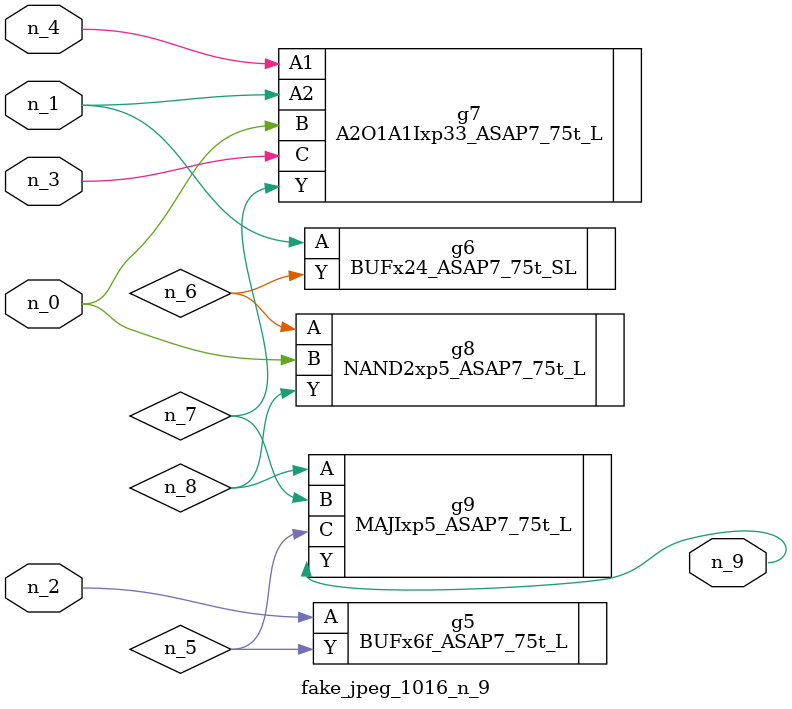
<source format=v>
module fake_jpeg_1016_n_9 (n_3, n_2, n_1, n_0, n_4, n_9);

input n_3;
input n_2;
input n_1;
input n_0;
input n_4;

output n_9;

wire n_8;
wire n_6;
wire n_5;
wire n_7;

BUFx6f_ASAP7_75t_L g5 ( 
.A(n_2),
.Y(n_5)
);

BUFx24_ASAP7_75t_SL g6 ( 
.A(n_1),
.Y(n_6)
);

A2O1A1Ixp33_ASAP7_75t_L g7 ( 
.A1(n_4),
.A2(n_1),
.B(n_0),
.C(n_3),
.Y(n_7)
);

NAND2xp5_ASAP7_75t_L g8 ( 
.A(n_6),
.B(n_0),
.Y(n_8)
);

MAJIxp5_ASAP7_75t_L g9 ( 
.A(n_8),
.B(n_7),
.C(n_5),
.Y(n_9)
);


endmodule
</source>
